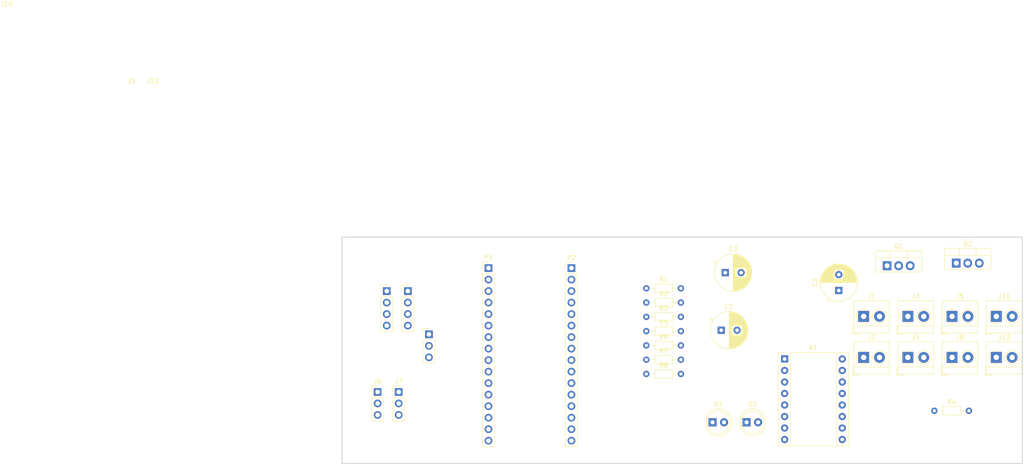
<source format=kicad_pcb>
(kicad_pcb (version 20221018) (generator pcbnew)
  (title_block (date "jeu. 02 avril 2015"))
  (layers (0 "F.Cu" signal) (31 "B.Cu" signal) (34 "B.Paste" user) (35 "F.Paste" user) (36 "B.SilkS" user "B.Silkscreen") (37 "F.SilkS" user "F.Silkscreen") (38 "B.Mask" user) (39 "F.Mask" user) (44 "Edge.Cuts" user))
  (net 0 "")
  (net 1 "Net-(A1-1B)")
  (net 2 "Net-(A1-1A)")
  (net 3 "Net-(A1-2A)")
  (net 4 "GND")
  (net 5 "Net-(A1-2B)")
  (net 6 "+12V")
  (net 7 "EN")
  (net 8 "Net-(A1-MS1)")
  (net 9 "Net-(A1-MS2)")
  (net 10 "Net-(A1-MS3)")
  (net 11 "Net-(A1-~{RESET})")
  (net 12 "STEP")
  (net 13 "DIR")
  (net 14 "Net-(Q1-G)")
  (net 15 "+5V")
  (net 16 "Net-(D1-K)")
  (net 17 "Net-(Q2-G)")
  (net 18 "Net-(D2-K)")
  (net 19 "Net-(D2-A)")
  (net 20 "Net-(D1-A)")
  (net 21 "MOS")
  (net 22 "FAN")
  (net 23 "Thermistor")
  (net 24 "Net-(J1-Pin_1)")
  (net 25 "BUT1")
  (net 26 "SDA")
  (net 27 "SCL")
  (net 28 "Pote_vel")
  (net 29 "BUT2")
  (net 30 "BUT3")
  (net 31 "/1(Tx)")
  (net 32 "/0(Rx)")
  (net 33 "/Reset")
  (net 34 "/8")
  (net 35 "/9(**)")
  (net 36 "/12(MISO)")
  (net 37 "/Vin")
  (net 38 "/A7")
  (net 39 "/A6")
  (net 40 "/A3")
  (net 41 "/A2")
  (net 42 "/AREF")
  (net 43 "+3V3")
  (net 44 "/13(SCK)")
  (footprint "LED_THT:LED_D5.0mm" (layer "F.Cu") (at 108.204 55.88)
    (fp_text reference "D2" (at 1.27 -3.96) (layer "F.SilkS"))
    (fp_text value "LED")
    (pad "1" thru_hole rect (at 0 0) (size 1.8 1.8) (drill 0.9) (layers "*.Cu" "*.Mask") (net 18 "Net-(D2-K)"))
    (pad "2" thru_hole circle (at 2.54 0) (size 1.8 1.8) (drill 0.9) (layers "*.Cu" "*.Mask") (net 19 "Net-(D2-A)"))
  )
  (footprint "LED_THT:LED_D5.0mm" (layer "F.Cu") (at 100.704 55.88)
    (fp_text reference "D1" (at 1.27 -3.96) (layer "F.SilkS"))
    (fp_text value "LED")
    (pad "1" thru_hole rect (at 0 0) (size 1.8 1.8) (drill 0.9) (layers "*.Cu" "*.Mask") (net 16 "Net-(D1-K)"))
    (pad "2" thru_hole circle (at 2.54 0) (size 1.8 1.8) (drill 0.9) (layers "*.Cu" "*.Mask") (net 20 "Net-(D1-A)"))
  )
  (footprint "TerminalBlock_4Ucon:TerminalBlock_4Ucon_1x02_P3.50mm_Horizontal" (layer "F.Cu") (at 134.014 32.512)
    (fp_text reference "J1" (at 1.75 -4.46) (layer "F.SilkS"))
    (fp_text value "01x02M")
    (pad "1" thru_hole rect (at 0 0) (size 2.4 2.4) (drill 1.2) (layers "*.Cu" "*.Mask") (net 24 "Net-(J1-Pin_1)"))
    (pad "2" thru_hole circle (at 3.5 0) (size 2.4 2.4) (drill 1.2) (layers "*.Cu" "*.Mask") (net 4 "GND"))
  )
  (footprint "Module:Pololu_Breakout-16_15.2x20.3mm" (layer "F.Cu") (at 116.596 41.91)
    (fp_text reference "A1" (at 6.35 -2.54) (layer "F.SilkS"))
    (fp_text value "Pololu_A4988")
    (pad "1" thru_hole rect (at 0 0) (size 1.6 1.6) (drill 0.8) (layers "*.Cu" "*.Mask") (net 4 "GND"))
    (pad "2" thru_hole oval (at 0 2.54) (size 1.6 1.6) (drill 0.8) (layers "*.Cu" "*.Mask") (net 15 "+5V"))
    (pad "3" thru_hole oval (at 0 5.08) (size 1.6 1.6) (drill 0.8) (layers "*.Cu" "*.Mask") (net 1 "Net-(A1-1B)"))
    (pad "4" thru_hole oval (at 0 7.62) (size 1.6 1.6) (drill 0.8) (layers "*.Cu" "*.Mask") (net 2 "Net-(A1-1A)"))
    (pad "5" thru_hole oval (at 0 10.16) (size 1.6 1.6) (drill 0.8) (layers "*.Cu" "*.Mask") (net 3 "Net-(A1-2A)"))
    (pad "6" thru_hole oval (at 0 12.7) (size 1.6 1.6) (drill 0.8) (layers "*.Cu" "*.Mask") (net 5 "Net-(A1-2B)"))
    (pad "7" thru_hole oval (at 0 15.24) (size 1.6 1.6) (drill 0.8) (layers "*.Cu" "*.Mask") (net 4 "GND"))
    (pad "8" thru_hole oval (at 0 17.78) (size 1.6 1.6) (drill 0.8) (layers "*.Cu" "*.Mask") (net 6 "+12V"))
    (pad "9" thru_hole oval (at 12.7 17.78) (size 1.6 1.6) (drill 0.8) (layers "*.Cu" "*.Mask") (net 7 "EN"))
    (pad "10" thru_hole oval (at 12.7 15.24) (size 1.6 1.6) (drill 0.8) (layers "*.Cu" "*.Mask") (net 8 "Net-(A1-MS1)"))
    (pad "11" thru_hole oval (at 12.7 12.7) (size 1.6 1.6) (drill 0.8) (layers "*.Cu" "*.Mask") (net 9 "Net-(A1-MS2)"))
    (pad "12" thru_hole oval (at 12.7 10.16) (size 1.6 1.6) (drill 0.8) (layers "*.Cu" "*.Mask") (net 10 "Net-(A1-MS3)"))
    (pad "13" thru_hole oval (at 12.7 7.62) (size 1.6 1.6) (drill 0.8) (layers "*.Cu" "*.Mask") (net 11 "Net-(A1-~{RESET})"))
    (pad "14" thru_hole oval (at 12.7 5.08) (size 1.6 1.6) (drill 0.8) (layers "*.Cu" "*.Mask") (net 11 "Net-(A1-~{RESET})"))
    (pad "15" thru_hole oval (at 12.7 2.54) (size 1.6 1.6) (drill 0.8) (layers "*.Cu" "*.Mask") (net 12 "STEP"))
    (pad "16" thru_hole oval (at 12.7 0) (size 1.6 1.6) (drill 0.8) (layers "*.Cu" "*.Mask") (net 13 "DIR"))
  )
  (footprint "Resistor_THT:R_Axial_DIN0204_L3.6mm_D1.6mm_P7.62mm_Horizontal" (layer "F.Cu") (at 86.106 42.064)
    (fp_text reference "R7" (at 3.81 -1.92) (layer "F.SilkS"))
    (fp_text value "R")
    (pad "1" thru_hole circle (at 0 0) (size 1.4 1.4) (drill 0.7) (layers "*.Cu" "*.Mask") (net 23 "Thermistor"))
    (pad "2" thru_hole oval (at 7.62 0) (size 1.4 1.4) (drill 0.7) (layers "*.Cu" "*.Mask") (net 15 "+5V"))
  )
  (footprint "TerminalBlock_4Ucon:TerminalBlock_4Ucon_1x02_P3.50mm_Horizontal" (layer "F.Cu") (at 163.264 32.512)
    (fp_text reference "J11" (at 1.75 -4.46) (layer "F.SilkS"))
    (fp_text value "01x02M")
    (pad "1" thru_hole rect (at 0 0) (size 2.4 2.4) (drill 1.2) (layers "*.Cu" "*.Mask") (net 4 "GND"))
    (pad "2" thru_hole circle (at 3.5 0) (size 2.4 2.4) (drill 1.2) (layers "*.Cu" "*.Mask") (net 29 "BUT2"))
  )
  (footprint "TerminalBlock_4Ucon:TerminalBlock_4Ucon_1x02_P3.50mm_Horizontal" (layer "F.Cu") (at 153.514 32.512)
    (fp_text reference "J5" (at 1.75 -4.46) (layer "F.SilkS"))
    (fp_text value "01x02M")
    (pad "1" thru_hole rect (at 0 0) (size 2.4 2.4) (drill 1.2) (layers "*.Cu" "*.Mask") (net 18 "Net-(D2-K)"))
    (pad "2" thru_hole circle (at 3.5 0) (size 2.4 2.4) (drill 1.2) (layers "*.Cu" "*.Mask") (net 6 "+12V"))
  )
  (footprint "Resistor_THT:R_Axial_DIN0204_L3.6mm_D1.6mm_P7.62mm_Horizontal" (layer "F.Cu") (at 86.106 32.614)
    (fp_text reference "R3" (at 3.81 -1.92) (layer "F.SilkS"))
    (fp_text value "R")
    (pad "1" thru_hole circle (at 0 0) (size 1.4 1.4) (drill 0.7) (layers "*.Cu" "*.Mask") (net 14 "Net-(Q1-G)"))
    (pad "2" thru_hole oval (at 7.62 0) (size 1.4 1.4) (drill 0.7) (layers "*.Cu" "*.Mask") (net 4 "GND"))
  )
  (footprint "Connector_PinHeader_2.54mm:PinHeader_1x16_P2.54mm_Vertical" (layer "F.Cu") (at 69.596 21.844)
    (fp_text reference "P2" (at 0 -2.33) (layer "F.SilkS"))
    (fp_text value "Analog")
    (pad "1" thru_hole rect (at 0 0) (size 1.7 1.7) (drill 1) (layers "*.Cu" "*.Mask") (net 37 "/Vin"))
    (pad "2" thru_hole oval (at 0 2.54) (size 1.7 1.7) (drill 1) (layers "*.Cu" "*.Mask") (net 4 "GND"))
    (pad "3" thru_hole oval (at 0 5.08) (size 1.7 1.7) (drill 1) (layers "*.Cu" "*.Mask") (net 33 "/Reset"))
    (pad "4" thru_hole oval (at 0 7.62) (size 1.7 1.7) (drill 1) (layers "*.Cu" "*.Mask") (net 15 "+5V"))
    (pad "5" thru_hole oval (at 0 10.16) (size 1.7 1.7) (drill 1) (layers "*.Cu" "*.Mask") (net 38 "/A7"))
    (pad "6" thru_hole oval (at 0 12.7) (size 1.7 1.7) (drill 1) (layers "*.Cu" "*.Mask") (net 39 "/A6"))
    (pad "7" thru_hole oval (at 0 15.24) (size 1.7 1.7) (drill 1) (layers "*.Cu" "*.Mask") (net 27 "SCL"))
    (pad "8" thru_hole oval (at 0 17.78) (size 1.7 1.7) (drill 1) (layers "*.Cu" "*.Mask") (net 26 "SDA"))
    (pad "9" thru_hole oval (at 0 20.32) (size 1.7 1.7) (drill 1) (layers "*.Cu" "*.Mask") (net 40 "/A3"))
    (pad "10" thru_hole oval (at 0 22.86) (size 1.7 1.7) (drill 1) (layers "*.Cu" "*.Mask") (net 41 "/A2"))
    (pad "11" thru_hole oval (at 0 25.4) (size 1.7 1.7) (drill 1) (layers "*.Cu" "*.Mask") (net 28 "Pote_vel"))
    (pad "12" thru_hole oval (at 0 27.94) (size 1.7 1.7) (drill 1) (layers "*.Cu" "*.Mask") (net 23 "Thermistor"))
    (pad "13" thru_hole oval (at 0 30.48) (size 1.7 1.7) (drill 1) (layers "*.Cu" "*.Mask") (net 42 "/AREF"))
    (pad "14" thru_hole oval (at 0 33.02) (size 1.7 1.7) (drill 1) (layers "*.Cu" "*.Mask") (net 43 "+3V3"))
    (pad "15" thru_hole oval (at 0 35.56) (size 1.7 1.7) (drill 1) (layers "*.Cu" "*.Mask") (net 44 "/13(SCK)"))
    (pad "16" thru_hole oval (at 0 38.1) (size 1.7 1.7) (drill 1) (layers "*.Cu" "*.Mask"))
  )
  (footprint "Capacitor_THT:CP_Radial_D8.0mm_P3.50mm" (layer "F.Cu") (at 103.503349 22.86)
    (fp_text reference "C3" (at 1.75 -5.25) (layer "F.SilkS"))
    (fp_text value "100uf")
    (pad "1" thru_hole rect (at 0 0) (size 1.6 1.6) (drill 0.8) (layers "*.Cu" "*.Mask") (net 6 "+12V"))
    (pad "2" thru_hole circle (at 3.5 0) (size 1.6 1.6) (drill 0.8) (layers "*.Cu" "*.Mask") (net 4 "GND"))
  )
  (footprint "Package_TO_SOT_THT:TO-220-3_Vertical" (layer "F.Cu") (at 154.432 20.757)
    (fp_text reference "Q2" (at 2.54 -4.27) (layer "F.SilkS"))
    (fp_text value "IRF540N")
    (pad "1" thru_hole rect (at 0 0) (size 1.905 2) (drill 1.1) (layers "*.Cu" "*.Mask") (net 17 "Net-(Q2-G)"))
    (pad "2" thru_hole oval (at 2.54 0) (size 1.905 2) (drill 1.1) (layers "*.Cu" "*.Mask") (net 18 "Net-(D2-K)"))
    (pad "3" thru_hole oval (at 5.08 0) (size 1.905 2) (drill 1.1) (layers "*.Cu" "*.Mask") (net 4 "GND"))
  )
  (footprint "Resistor_THT:R_Axial_DIN0204_L3.6mm_D1.6mm_P7.62mm_Horizontal" (layer "F.Cu") (at 86.106 29.464)
    (fp_text reference "R2" (at 3.81 -1.92) (layer "F.SilkS"))
    (fp_text value "R")
    (pad "1" thru_hole circle (at 0 0) (size 1.4 1.4) (drill 0.7) (layers "*.Cu" "*.Mask") (net 14 "Net-(Q1-G)"))
    (pad "2" thru_hole oval (at 7.62 0) (size 1.4 1.4) (drill 0.7) (layers "*.Cu" "*.Mask") (net 21 "MOS"))
  )
  (footprint "Connector_PinHeader_2.54mm:PinHeader_1x03_P2.54mm_Vertical" (layer "F.Cu") (at 38.178 36.474)
    (fp_text reference "J10" (at -93.105349 -72.944) (layer "F.SilkS"))
    (fp_text value "01x03M")
    (pad "1" thru_hole rect (at 0 0) (size 1.7 1.7) (drill 1) (layers "*.Cu" "*.Mask") (net 15 "+5V"))
    (pad "2" thru_hole oval (at 0 2.54) (size 1.7 1.7) (drill 1) (layers "*.Cu" "*.Mask") (net 28 "Pote_vel"))
    (pad "3" thru_hole oval (at 0 5.08) (size 1.7 1.7) (drill 1) (layers "*.Cu" "*.Mask") (net 4 "GND"))
  )
  (footprint "TerminalBlock_4Ucon:TerminalBlock_4Ucon_1x02_P3.50mm_Horizontal" (layer "F.Cu") (at 134.014 41.562)
    (fp_text reference "J2" (at 1.75 -4.46) (layer "F.SilkS"))
    (fp_text value "01x02M")
    (pad "1" thru_hole rect (at 0 0) (size 2.4 2.4) (drill 1.2) (layers "*.Cu" "*.Mask") (net 6 "+12V"))
    (pad "2" thru_hole circle (at 3.5 0) (size 2.4 2.4) (drill 1.2) (layers "*.Cu" "*.Mask") (net 24 "Net-(J1-Pin_1)"))
  )
  (footprint "Resistor_THT:R_Axial_DIN0204_L3.6mm_D1.6mm_P7.62mm_Horizontal" (layer "F.Cu") (at 86.106 45.214)
    (fp_text reference "R8" (at 3.81 -1.92) (layer "F.SilkS"))
    (fp_text value "R")
    (pad "1" thru_hole circle (at 0 0) (size 1.4 1.4) (drill 0.7) (layers "*.Cu" "*.Mask") (net 15 "+5V"))
    (pad "2" thru_hole oval (at 7.62 0) (size 1.4 1.4) (drill 0.7) (layers "*.Cu" "*.Mask") (net 7 "EN"))
  )
  (footprint "Resistor_THT:R_Axial_DIN0204_L3.6mm_D1.6mm_P7.62mm_Horizontal" (layer "F.Cu") (at 149.606 53.34)
    (fp_text reference "R4" (at 3.81 -1.92) (layer "F.SilkS"))
    (fp_text value "R")
    (pad "1" thru_hole circle (at 0 0) (size 1.4 1.4) (drill 0.7) (layers "*.Cu" "*.Mask") (net 19 "Net-(D2-A)"))
    (pad "2" thru_hole oval (at 7.62 0) (size 1.4 1.4) (drill 0.7) (layers "*.Cu" "*.Mask") (net 6 "+12V"))
  )
  (footprint "Capacitor_THT:CP_Radial_D8.0mm_P3.50mm" (layer "F.Cu") (at 102.616 35.56)
    (fp_text reference "C1" (at 1.75 -5.25) (layer "F.SilkS"))
    (fp_text value "100uf")
    (pad "1" thru_hole rect (at 0 0) (size 1.6 1.6) (drill 0.8) (layers "*.Cu" "*.Mask") (net 6 "+12V"))
    (pad "2" thru_hole circle (at 3.5 0) (size 1.6 1.6) (drill 0.8) (layers "*.Cu" "*.Mask") (net 4 "GND"))
  )
  (footprint "TerminalBlock_4Ucon:TerminalBlock_4Ucon_1x02_P3.50mm_Horizontal" (layer "F.Cu") (at 143.764 41.562)
    (fp_text reference "J4" (at 1.75 -4.46) (layer "F.SilkS"))
    (fp_text value "01x02M")
    (pad "1" thru_hole rect (at 0 0) (size 2.4 2.4) (drill 1.2) (layers "*.Cu" "*.Mask") (net 23 "Thermistor"))
    (pad "2" thru_hole circle (at 3.5 0) (size 2.4 2.4) (drill 1.2) (layers "*.Cu" "*.Mask") (net 4 "GND"))
  )
  (footprint "Package_TO_SOT_THT:TO-220-3_Vertical" (layer "F.Cu") (at 139.192 21.336)
    (fp_text reference "Q1" (at 2.54 -4.27) (layer "F.SilkS"))
    (fp_text value "IRF540N")
    (pad "1" thru_hole rect (at 0 0) (size 1.905 2) (drill 1.1) (layers "*.Cu" "*.Mask") (net 14 "Net-(Q1-G)"))
    (pad "2" thru_hole oval (at 2.54 0) (size 1.905 2) (drill 1.1) (layers "*.Cu" "*.Mask") (net 16 "Net-(D1-K)"))
    (pad "3" thru_hole oval (at 5.08 0) (size 1.905 2) (drill 1.1) (layers "*.Cu" "*.Mask") (net 4 "GND"))
  )
  (footprint "TerminalBlock_4Ucon:TerminalBlock_4Ucon_1x02_P3.50mm_Horizontal" (layer "F.Cu") (at 143.764 32.512)
    (fp_text reference "J3" (at 1.75 -4.46) (layer "F.SilkS"))
    (fp_text value "01x02M")
    (pad "1" thru_hole rect (at 0 0) (size 2.4 2.4) (drill 1.2) (layers "*.Cu" "*.Mask") (net 16 "Net-(D1-K)"))
    (pad "2" thru_hole circle (at 3.5 0) (size 2.4 2.4) (drill 1.2) (layers "*.Cu" "*.Mask") (net 6 "+12V"))
  )
  (footprint "Resistor_THT:R_Axial_DIN0204_L3.6mm_D1.6mm_P7.62mm_Horizontal" (layer "F.Cu") (at 86.106 35.764)
    (fp_text reference "R5" (at 3.81 -1.92) (layer "F.SilkS"))
    (fp_text value "R")
    (pad "1" thru_hole circle (at 0 0) (size 1.4 1.4) (drill 0.7) (layers "*.Cu" "*.Mask") (net 17 "Net-(Q2-G)"))
    (pad "2" thru_hole oval (at 7.62 0) (size 1.4 1.4) (drill 0.7) (layers "*.Cu" "*.Mask") (net 22 "FAN"))
  )
  (footprint "TerminalBlock_4Ucon:TerminalBlock_4Ucon_1x02_P3.50mm_Horizontal" (layer "F.Cu") (at 153.514 41.562)
    (fp_text reference "J8" (at 1.75 -4.46) (layer "F.SilkS"))
    (fp_text value "01x02M")
    (pad "1" thru_hole rect (at 0 0) (size 2.4 2.4) (drill 1.2) (layers "*.Cu" "*.Mask") (net 4 "GND"))
    (pad "2" thru_hole circle (at 3.5 0) (size 2.4 2.4) (drill 1.2) (layers "*.Cu" "*.Mask") (net 25 "BUT1"))
  )
  (footprint "Capacitor_THT:CP_Radial_D8.0mm_P3.50mm" (layer "F.Cu") (at 128.534651 26.796651 90)
    (fp_text reference "C2" (at 1.75 -5.25 90) (layer "F.SilkS"))
    (fp_text value "10uf")
    (pad "1" thru_hole rect (at 0 0 90) (size 1.6 1.6) (drill 0.8) (layers "*.Cu" "*.Mask") (net 23 "Thermistor"))
    (pad "2" thru_hole circle (at 3.5 0 90) (size 1.6 1.6) (drill 0.8) (layers "*.Cu" "*.Mask") (net 4 "GND"))
  )
  (footprint "Connector_PinHeader_2.54mm:PinHeader_1x04_P2.54mm_Vertical" (layer "F.Cu") (at 33.528 26.924)
    (fp_text reference "J12" (at -56.248 -46.366) (layer "F.SilkS"))
    (fp_text value "01x04M")
    (pad "1" thru_hole rect (at 0 0) (size 1.7 1.7) (drill 1) (layers "*.Cu" "*.Mask") (net 5 "Net-(A1-2B)"))
    (pad "2" thru_hole oval (at 0 2.54) (size 1.7 1.7) (drill 1) (layers "*.Cu" "*.Mask") (net 3 "Net-(A1-2A)"))
    (pad "3" thru_hole oval (at 0 5.08) (size 1.7 1.7) (drill 1) (layers "*.Cu" "*.Mask") (net 2 "Net-(A1-1A)"))
    (pad "4" thru_hole oval (at 0 7.62) (size 1.7 1.7) (drill 1) (layers "*.Cu" "*.Mask") (net 1 "Net-(A1-1B)"))
  )
  (footprint "Connector_PinHeader_2.54mm:PinHeader_1x16_P2.54mm_Vertical" (layer "F.Cu") (at 51.308 21.844)
    (fp_text reference "P1" (at 0 -2.33) (layer "F.SilkS"))
    (fp_text value "Digital")
    (pad "1" thru_hole rect (at 0 0) (size 1.7 1.7) (drill 1) (layers "*.Cu" "*.Mask") (net 31 "/1(Tx)"))
    (pad "2" thru_hole oval (at 0 2.54) (size 1.7 1.7) (drill 1) (layers "*.Cu" "*.Mask") (net 32 "/0(Rx)"))
    (pad "3" thru_hole oval (at 0 5.08) (size 1.7 1.7) (drill 1) (layers "*.Cu" "*.Mask") (net 33 "/Reset"))
    (pad "4" thru_hole oval (at 0 7.62) (size 1.7 1.7) (drill 1) (layers "*.Cu" "*.Mask") (net 4 "GND"))
    (pad "5" thru_hole oval (at 0 10.16) (size 1.7 1.7) (drill 1) (layers "*.Cu" "*.Mask") (net 7 "EN"))
    (pad "6" thru_hole oval (at 0 12.7) (size 1.7 1.7) (drill 1) (layers "*.Cu" "*.Mask") (net 12 "STEP"))
    (pad "7" thru_hole oval (at 0 15.24) (size 1.7 1.7) (drill 1) (layers "*.Cu" "*.Mask") (net 13 "DIR"))
    (pad "8" thru_hole oval (at 0 17.78) (size 1.7 1.7) (drill 1) (layers "*.Cu" "*.Mask") (net 21 "MOS"))
    (pad "9" thru_hole oval (at 0 20.32) (size 1.7 1.7) (drill 1) (layers "*.Cu" "*.Mask") (net 22 "FAN"))
    (pad "10" thru_hole oval (at 0 22.86) (size 1.7 1.7) (drill 1) (layers "*.Cu" "*.Mask") (net 25 "BUT1"))
    (pad "11" thru_hole oval (at 0 25.4) (size 1.7 1.7) (drill 1) (layers "*.Cu" "*.Mask") (net 34 "/8"))
    (pad "12" thru_hole oval (at 0 27.94) (size 1.7 1.7) (drill 1) (layers "*.Cu" "*.Mask") (net 35 "/9(**)"))
    (pad "13" thru_hole oval (at 0 30.48) (size 1.7 1.7) (drill 1) (layers "*.Cu" "*.Mask") (net 29 "BUT2"))
    (pad "14" thru_hole oval (at 0 33.02) (size 1.7 1.7) (drill 1) (layers "*.Cu" "*.Mask") (net 30 "BUT3"))
    (pad "15" thru_hole oval (at 0 35.56) (size 1.7 1.7) (drill 1) (layers "*.Cu" "*.Mask") (net 36 "/12(MISO)"))
    (pad "16" thru_hole oval (at 0 38.1) (size 1.7 1.7) (drill 1) (layers "*.Cu" "*.Mask"))
  )
  (footprint "TerminalBlock_4Ucon:TerminalBlock_4Ucon_1x02_P3.50mm_Horizontal" (layer "F.Cu") (at 163.264 41.562)
    (fp_text reference "J13" (at 1.75 -4.46) (layer "F.SilkS"))
    (fp_text value "01x02M")
    (pad "1" thru_hole rect (at 0 0) (size 2.4 2.4) (drill 1.2) (layers "*.Cu" "*.Mask") (net 4 "GND"))
    (pad "2" thru_hole circle (at 3.5 0) (size 2.4 2.4) (drill 1.2) (layers "*.Cu" "*.Mask") (net 30 "BUT3"))
  )
  (footprint "Connector_PinHeader_2.54mm:PinHeader_1x04_P2.54mm_Vertical" (layer "F.Cu") (at 28.878 26.924)
    (fp_text reference "J9" (at -56.248 -46.366) (layer "F.SilkS"))
    (fp_text value "01x04M")
    (pad "1" thru_hole rect (at 0 0) (size 1.7 1.7) (drill 1) (layers "*.Cu" "*.Mask") (net 4 "GND"))
    (pad "2" thru_hole oval (at 0 2.54) (size 1.7 1.7) (drill 1) (layers "*.Cu" "*.Mask") (net 15 "+5V"))
    (pad "3" thru_hole oval (at 0 5.08) (size 1.7 1.7) (drill 1) (layers "*.Cu" "*.Mask") (net 26 "SDA"))
    (pad "4" thru_hole oval (at 0 7.62) (size 1.7 1.7) (drill 1) (layers "*.Cu" "*.Mask") (net 27 "SCL"))
  )
  (footprint "Resistor_THT:R_Axial_DIN0204_L3.6mm_D1.6mm_P7.62mm_Horizontal" (layer "F.Cu") (at 86.106 38.914)
    (fp_text reference "R6" (at 3.81 -1.92) (layer "F.SilkS"))
    (fp_text value "R")
    (pad "1" thru_hole circle (at 0 0) (size 1.4 1.4) (drill 0.7) (layers "*.Cu" "*.Mask") (net 17 "Net-(Q2-G)"))
    (pad "2" thru_hole oval (at 7.62 0) (size 1.4 1.4) (drill 0.7) (layers "*.Cu" "*.Mask") (net 4 "GND"))
  )
  (footprint "Connector_PinHeader_2.54mm:PinHeader_1x03_P2.54mm_Vertical" (layer "F.Cu") (at 31.518 49.184)
    (fp_text reference "J7" (at 0 -2.33) (layer "F.SilkS"))
    (fp_text value "01x03M")
    (pad "1" thru_hole rect (at 0 0) (size 1.7 1.7) (drill 1) (layers "*.Cu" "*.Mask") (net 8 "Net-(A1-MS1)"))
    (pad "2" thru_hole oval (at 0 2.54) (size 1.7 1.7) (drill 1) (layers "*.Cu" "*.Mask") (net 9 "Net-(A1-MS2)"))
    (pad "3" thru_hole oval (at 0 5.08) (size 1.7 1.7) (drill 1) (layers "*.Cu" "*.Mask") (net 10 "Net-(A1-MS3)"))
  )
  (footprint "Resistor_THT:R_Axial_DIN0204_L3.6mm_D1.6mm_P7.62mm_Horizontal" (layer "F.Cu") (at 86.106 26.314)
    (fp_text reference "R1" (at 3.81 -1.92) (layer "F.SilkS"))
    (fp_text value "R")
    (pad "1" thru_hole circle (at 0 0) (size 1.4 1.4) (drill 0.7) (layers "*.Cu" "*.Mask") (net 20 "Net-(D1-A)"))
    (pad "2" thru_hole oval (at 7.62 0) (size 1.4 1.4) (drill 0.7) (layers "*.Cu" "*.Mask") (net 6 "+12V"))
  )
  (footprint "Connector_PinHeader_2.54mm:PinHeader_1x03_P2.54mm_Vertical" (layer "F.Cu") (at 26.868 49.184)
    (fp_text reference "J6" (at 0 -2.33) (layer "F.SilkS"))
    (fp_text value "01x03M")
    (pad "1" thru_hole rect (at 0 0) (size 1.7 1.7) (drill 1) (layers "*.Cu" "*.Mask") (net 15 "+5V"))
    (pad "2" thru_hole oval (at 0 2.54) (size 1.7 1.7) (drill 1) (layers "*.Cu" "*.Mask") (net 15 "+5V"))
    (pad "3" thru_hole oval (at 0 5.08) (size 1.7 1.7) (drill 1) (layers "*.Cu" "*.Mask") (net 15 "+5V"))
  )
  (gr_rect (start 19 15) (end 169 65) (stroke (width 0.2)) (fill none) (layer "Edge.Cuts"))
)
</source>
